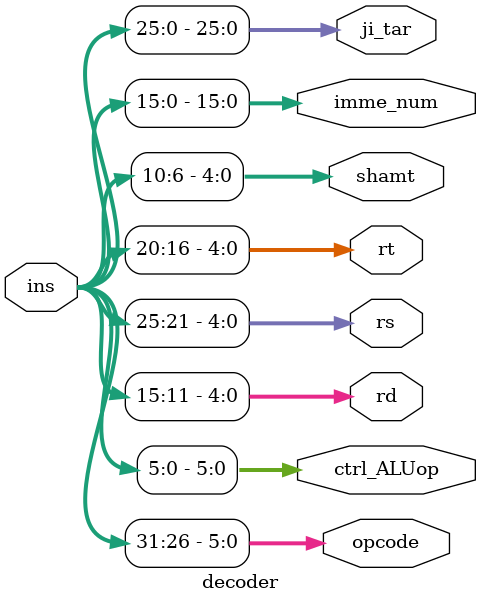
<source format=v>
module decoder(
	/* Input ports */
	ins,
	/* Output ports */
	opcode,
	ctrl_ALUop,
	rd,
	rs,
	rt,
	shamt,
	imme_num,
	ji_tar
	);
	
	input [31:0] ins;
	output [5:0] opcode;
	output [5:0] ctrl_ALUop;
	output [4:0] rd, rs, rt;
	output [4:0] shamt;
	output [15:0] imme_num;
	output [25:0] ji_tar;
	
	assign opcode = ins[31:26];
	assign ctrl_ALUop = ins[5:0];
	assign rs = ins[25:21];
	assign rt = ins[20:16];
	assign rd = ins[15:11];
	assign shamt = ins[10:6];
	assign imme_num = ins[15:0];
	assign ji_tar = ins[25:0];
	
endmodule

	
	
	
</source>
